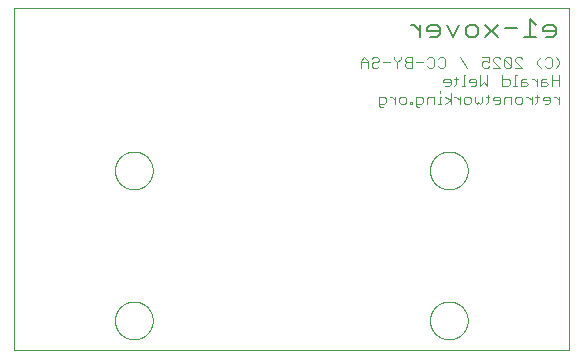
<source format=gbo>
G75*
%MOIN*%
%OFA0B0*%
%FSLAX25Y25*%
%IPPOS*%
%LPD*%
%AMOC8*
5,1,8,0,0,1.08239X$1,22.5*
%
%ADD10C,0.00000*%
%ADD11C,0.00800*%
%ADD12C,0.00400*%
D10*
X0017242Y0036778D02*
X0017242Y0150952D01*
X0202281Y0150952D01*
X0202281Y0036778D01*
X0017242Y0036778D01*
X0050943Y0046778D02*
X0050945Y0046936D01*
X0050951Y0047094D01*
X0050961Y0047252D01*
X0050975Y0047410D01*
X0050993Y0047567D01*
X0051014Y0047724D01*
X0051040Y0047880D01*
X0051070Y0048036D01*
X0051103Y0048191D01*
X0051141Y0048344D01*
X0051182Y0048497D01*
X0051227Y0048649D01*
X0051276Y0048800D01*
X0051329Y0048949D01*
X0051385Y0049097D01*
X0051445Y0049243D01*
X0051509Y0049388D01*
X0051577Y0049531D01*
X0051648Y0049673D01*
X0051722Y0049813D01*
X0051800Y0049950D01*
X0051882Y0050086D01*
X0051966Y0050220D01*
X0052055Y0050351D01*
X0052146Y0050480D01*
X0052241Y0050607D01*
X0052338Y0050732D01*
X0052439Y0050854D01*
X0052543Y0050973D01*
X0052650Y0051090D01*
X0052760Y0051204D01*
X0052873Y0051315D01*
X0052988Y0051424D01*
X0053106Y0051529D01*
X0053227Y0051631D01*
X0053350Y0051731D01*
X0053476Y0051827D01*
X0053604Y0051920D01*
X0053734Y0052010D01*
X0053867Y0052096D01*
X0054002Y0052180D01*
X0054138Y0052259D01*
X0054277Y0052336D01*
X0054418Y0052408D01*
X0054560Y0052478D01*
X0054704Y0052543D01*
X0054850Y0052605D01*
X0054997Y0052663D01*
X0055146Y0052718D01*
X0055296Y0052769D01*
X0055447Y0052816D01*
X0055599Y0052859D01*
X0055752Y0052898D01*
X0055907Y0052934D01*
X0056062Y0052965D01*
X0056218Y0052993D01*
X0056374Y0053017D01*
X0056531Y0053037D01*
X0056689Y0053053D01*
X0056846Y0053065D01*
X0057005Y0053073D01*
X0057163Y0053077D01*
X0057321Y0053077D01*
X0057479Y0053073D01*
X0057638Y0053065D01*
X0057795Y0053053D01*
X0057953Y0053037D01*
X0058110Y0053017D01*
X0058266Y0052993D01*
X0058422Y0052965D01*
X0058577Y0052934D01*
X0058732Y0052898D01*
X0058885Y0052859D01*
X0059037Y0052816D01*
X0059188Y0052769D01*
X0059338Y0052718D01*
X0059487Y0052663D01*
X0059634Y0052605D01*
X0059780Y0052543D01*
X0059924Y0052478D01*
X0060066Y0052408D01*
X0060207Y0052336D01*
X0060346Y0052259D01*
X0060482Y0052180D01*
X0060617Y0052096D01*
X0060750Y0052010D01*
X0060880Y0051920D01*
X0061008Y0051827D01*
X0061134Y0051731D01*
X0061257Y0051631D01*
X0061378Y0051529D01*
X0061496Y0051424D01*
X0061611Y0051315D01*
X0061724Y0051204D01*
X0061834Y0051090D01*
X0061941Y0050973D01*
X0062045Y0050854D01*
X0062146Y0050732D01*
X0062243Y0050607D01*
X0062338Y0050480D01*
X0062429Y0050351D01*
X0062518Y0050220D01*
X0062602Y0050086D01*
X0062684Y0049950D01*
X0062762Y0049813D01*
X0062836Y0049673D01*
X0062907Y0049531D01*
X0062975Y0049388D01*
X0063039Y0049243D01*
X0063099Y0049097D01*
X0063155Y0048949D01*
X0063208Y0048800D01*
X0063257Y0048649D01*
X0063302Y0048497D01*
X0063343Y0048344D01*
X0063381Y0048191D01*
X0063414Y0048036D01*
X0063444Y0047880D01*
X0063470Y0047724D01*
X0063491Y0047567D01*
X0063509Y0047410D01*
X0063523Y0047252D01*
X0063533Y0047094D01*
X0063539Y0046936D01*
X0063541Y0046778D01*
X0063539Y0046620D01*
X0063533Y0046462D01*
X0063523Y0046304D01*
X0063509Y0046146D01*
X0063491Y0045989D01*
X0063470Y0045832D01*
X0063444Y0045676D01*
X0063414Y0045520D01*
X0063381Y0045365D01*
X0063343Y0045212D01*
X0063302Y0045059D01*
X0063257Y0044907D01*
X0063208Y0044756D01*
X0063155Y0044607D01*
X0063099Y0044459D01*
X0063039Y0044313D01*
X0062975Y0044168D01*
X0062907Y0044025D01*
X0062836Y0043883D01*
X0062762Y0043743D01*
X0062684Y0043606D01*
X0062602Y0043470D01*
X0062518Y0043336D01*
X0062429Y0043205D01*
X0062338Y0043076D01*
X0062243Y0042949D01*
X0062146Y0042824D01*
X0062045Y0042702D01*
X0061941Y0042583D01*
X0061834Y0042466D01*
X0061724Y0042352D01*
X0061611Y0042241D01*
X0061496Y0042132D01*
X0061378Y0042027D01*
X0061257Y0041925D01*
X0061134Y0041825D01*
X0061008Y0041729D01*
X0060880Y0041636D01*
X0060750Y0041546D01*
X0060617Y0041460D01*
X0060482Y0041376D01*
X0060346Y0041297D01*
X0060207Y0041220D01*
X0060066Y0041148D01*
X0059924Y0041078D01*
X0059780Y0041013D01*
X0059634Y0040951D01*
X0059487Y0040893D01*
X0059338Y0040838D01*
X0059188Y0040787D01*
X0059037Y0040740D01*
X0058885Y0040697D01*
X0058732Y0040658D01*
X0058577Y0040622D01*
X0058422Y0040591D01*
X0058266Y0040563D01*
X0058110Y0040539D01*
X0057953Y0040519D01*
X0057795Y0040503D01*
X0057638Y0040491D01*
X0057479Y0040483D01*
X0057321Y0040479D01*
X0057163Y0040479D01*
X0057005Y0040483D01*
X0056846Y0040491D01*
X0056689Y0040503D01*
X0056531Y0040519D01*
X0056374Y0040539D01*
X0056218Y0040563D01*
X0056062Y0040591D01*
X0055907Y0040622D01*
X0055752Y0040658D01*
X0055599Y0040697D01*
X0055447Y0040740D01*
X0055296Y0040787D01*
X0055146Y0040838D01*
X0054997Y0040893D01*
X0054850Y0040951D01*
X0054704Y0041013D01*
X0054560Y0041078D01*
X0054418Y0041148D01*
X0054277Y0041220D01*
X0054138Y0041297D01*
X0054002Y0041376D01*
X0053867Y0041460D01*
X0053734Y0041546D01*
X0053604Y0041636D01*
X0053476Y0041729D01*
X0053350Y0041825D01*
X0053227Y0041925D01*
X0053106Y0042027D01*
X0052988Y0042132D01*
X0052873Y0042241D01*
X0052760Y0042352D01*
X0052650Y0042466D01*
X0052543Y0042583D01*
X0052439Y0042702D01*
X0052338Y0042824D01*
X0052241Y0042949D01*
X0052146Y0043076D01*
X0052055Y0043205D01*
X0051966Y0043336D01*
X0051882Y0043470D01*
X0051800Y0043606D01*
X0051722Y0043743D01*
X0051648Y0043883D01*
X0051577Y0044025D01*
X0051509Y0044168D01*
X0051445Y0044313D01*
X0051385Y0044459D01*
X0051329Y0044607D01*
X0051276Y0044756D01*
X0051227Y0044907D01*
X0051182Y0045059D01*
X0051141Y0045212D01*
X0051103Y0045365D01*
X0051070Y0045520D01*
X0051040Y0045676D01*
X0051014Y0045832D01*
X0050993Y0045989D01*
X0050975Y0046146D01*
X0050961Y0046304D01*
X0050951Y0046462D01*
X0050945Y0046620D01*
X0050943Y0046778D01*
X0050943Y0096778D02*
X0050945Y0096936D01*
X0050951Y0097094D01*
X0050961Y0097252D01*
X0050975Y0097410D01*
X0050993Y0097567D01*
X0051014Y0097724D01*
X0051040Y0097880D01*
X0051070Y0098036D01*
X0051103Y0098191D01*
X0051141Y0098344D01*
X0051182Y0098497D01*
X0051227Y0098649D01*
X0051276Y0098800D01*
X0051329Y0098949D01*
X0051385Y0099097D01*
X0051445Y0099243D01*
X0051509Y0099388D01*
X0051577Y0099531D01*
X0051648Y0099673D01*
X0051722Y0099813D01*
X0051800Y0099950D01*
X0051882Y0100086D01*
X0051966Y0100220D01*
X0052055Y0100351D01*
X0052146Y0100480D01*
X0052241Y0100607D01*
X0052338Y0100732D01*
X0052439Y0100854D01*
X0052543Y0100973D01*
X0052650Y0101090D01*
X0052760Y0101204D01*
X0052873Y0101315D01*
X0052988Y0101424D01*
X0053106Y0101529D01*
X0053227Y0101631D01*
X0053350Y0101731D01*
X0053476Y0101827D01*
X0053604Y0101920D01*
X0053734Y0102010D01*
X0053867Y0102096D01*
X0054002Y0102180D01*
X0054138Y0102259D01*
X0054277Y0102336D01*
X0054418Y0102408D01*
X0054560Y0102478D01*
X0054704Y0102543D01*
X0054850Y0102605D01*
X0054997Y0102663D01*
X0055146Y0102718D01*
X0055296Y0102769D01*
X0055447Y0102816D01*
X0055599Y0102859D01*
X0055752Y0102898D01*
X0055907Y0102934D01*
X0056062Y0102965D01*
X0056218Y0102993D01*
X0056374Y0103017D01*
X0056531Y0103037D01*
X0056689Y0103053D01*
X0056846Y0103065D01*
X0057005Y0103073D01*
X0057163Y0103077D01*
X0057321Y0103077D01*
X0057479Y0103073D01*
X0057638Y0103065D01*
X0057795Y0103053D01*
X0057953Y0103037D01*
X0058110Y0103017D01*
X0058266Y0102993D01*
X0058422Y0102965D01*
X0058577Y0102934D01*
X0058732Y0102898D01*
X0058885Y0102859D01*
X0059037Y0102816D01*
X0059188Y0102769D01*
X0059338Y0102718D01*
X0059487Y0102663D01*
X0059634Y0102605D01*
X0059780Y0102543D01*
X0059924Y0102478D01*
X0060066Y0102408D01*
X0060207Y0102336D01*
X0060346Y0102259D01*
X0060482Y0102180D01*
X0060617Y0102096D01*
X0060750Y0102010D01*
X0060880Y0101920D01*
X0061008Y0101827D01*
X0061134Y0101731D01*
X0061257Y0101631D01*
X0061378Y0101529D01*
X0061496Y0101424D01*
X0061611Y0101315D01*
X0061724Y0101204D01*
X0061834Y0101090D01*
X0061941Y0100973D01*
X0062045Y0100854D01*
X0062146Y0100732D01*
X0062243Y0100607D01*
X0062338Y0100480D01*
X0062429Y0100351D01*
X0062518Y0100220D01*
X0062602Y0100086D01*
X0062684Y0099950D01*
X0062762Y0099813D01*
X0062836Y0099673D01*
X0062907Y0099531D01*
X0062975Y0099388D01*
X0063039Y0099243D01*
X0063099Y0099097D01*
X0063155Y0098949D01*
X0063208Y0098800D01*
X0063257Y0098649D01*
X0063302Y0098497D01*
X0063343Y0098344D01*
X0063381Y0098191D01*
X0063414Y0098036D01*
X0063444Y0097880D01*
X0063470Y0097724D01*
X0063491Y0097567D01*
X0063509Y0097410D01*
X0063523Y0097252D01*
X0063533Y0097094D01*
X0063539Y0096936D01*
X0063541Y0096778D01*
X0063539Y0096620D01*
X0063533Y0096462D01*
X0063523Y0096304D01*
X0063509Y0096146D01*
X0063491Y0095989D01*
X0063470Y0095832D01*
X0063444Y0095676D01*
X0063414Y0095520D01*
X0063381Y0095365D01*
X0063343Y0095212D01*
X0063302Y0095059D01*
X0063257Y0094907D01*
X0063208Y0094756D01*
X0063155Y0094607D01*
X0063099Y0094459D01*
X0063039Y0094313D01*
X0062975Y0094168D01*
X0062907Y0094025D01*
X0062836Y0093883D01*
X0062762Y0093743D01*
X0062684Y0093606D01*
X0062602Y0093470D01*
X0062518Y0093336D01*
X0062429Y0093205D01*
X0062338Y0093076D01*
X0062243Y0092949D01*
X0062146Y0092824D01*
X0062045Y0092702D01*
X0061941Y0092583D01*
X0061834Y0092466D01*
X0061724Y0092352D01*
X0061611Y0092241D01*
X0061496Y0092132D01*
X0061378Y0092027D01*
X0061257Y0091925D01*
X0061134Y0091825D01*
X0061008Y0091729D01*
X0060880Y0091636D01*
X0060750Y0091546D01*
X0060617Y0091460D01*
X0060482Y0091376D01*
X0060346Y0091297D01*
X0060207Y0091220D01*
X0060066Y0091148D01*
X0059924Y0091078D01*
X0059780Y0091013D01*
X0059634Y0090951D01*
X0059487Y0090893D01*
X0059338Y0090838D01*
X0059188Y0090787D01*
X0059037Y0090740D01*
X0058885Y0090697D01*
X0058732Y0090658D01*
X0058577Y0090622D01*
X0058422Y0090591D01*
X0058266Y0090563D01*
X0058110Y0090539D01*
X0057953Y0090519D01*
X0057795Y0090503D01*
X0057638Y0090491D01*
X0057479Y0090483D01*
X0057321Y0090479D01*
X0057163Y0090479D01*
X0057005Y0090483D01*
X0056846Y0090491D01*
X0056689Y0090503D01*
X0056531Y0090519D01*
X0056374Y0090539D01*
X0056218Y0090563D01*
X0056062Y0090591D01*
X0055907Y0090622D01*
X0055752Y0090658D01*
X0055599Y0090697D01*
X0055447Y0090740D01*
X0055296Y0090787D01*
X0055146Y0090838D01*
X0054997Y0090893D01*
X0054850Y0090951D01*
X0054704Y0091013D01*
X0054560Y0091078D01*
X0054418Y0091148D01*
X0054277Y0091220D01*
X0054138Y0091297D01*
X0054002Y0091376D01*
X0053867Y0091460D01*
X0053734Y0091546D01*
X0053604Y0091636D01*
X0053476Y0091729D01*
X0053350Y0091825D01*
X0053227Y0091925D01*
X0053106Y0092027D01*
X0052988Y0092132D01*
X0052873Y0092241D01*
X0052760Y0092352D01*
X0052650Y0092466D01*
X0052543Y0092583D01*
X0052439Y0092702D01*
X0052338Y0092824D01*
X0052241Y0092949D01*
X0052146Y0093076D01*
X0052055Y0093205D01*
X0051966Y0093336D01*
X0051882Y0093470D01*
X0051800Y0093606D01*
X0051722Y0093743D01*
X0051648Y0093883D01*
X0051577Y0094025D01*
X0051509Y0094168D01*
X0051445Y0094313D01*
X0051385Y0094459D01*
X0051329Y0094607D01*
X0051276Y0094756D01*
X0051227Y0094907D01*
X0051182Y0095059D01*
X0051141Y0095212D01*
X0051103Y0095365D01*
X0051070Y0095520D01*
X0051040Y0095676D01*
X0051014Y0095832D01*
X0050993Y0095989D01*
X0050975Y0096146D01*
X0050961Y0096304D01*
X0050951Y0096462D01*
X0050945Y0096620D01*
X0050943Y0096778D01*
X0155943Y0096778D02*
X0155945Y0096936D01*
X0155951Y0097094D01*
X0155961Y0097252D01*
X0155975Y0097410D01*
X0155993Y0097567D01*
X0156014Y0097724D01*
X0156040Y0097880D01*
X0156070Y0098036D01*
X0156103Y0098191D01*
X0156141Y0098344D01*
X0156182Y0098497D01*
X0156227Y0098649D01*
X0156276Y0098800D01*
X0156329Y0098949D01*
X0156385Y0099097D01*
X0156445Y0099243D01*
X0156509Y0099388D01*
X0156577Y0099531D01*
X0156648Y0099673D01*
X0156722Y0099813D01*
X0156800Y0099950D01*
X0156882Y0100086D01*
X0156966Y0100220D01*
X0157055Y0100351D01*
X0157146Y0100480D01*
X0157241Y0100607D01*
X0157338Y0100732D01*
X0157439Y0100854D01*
X0157543Y0100973D01*
X0157650Y0101090D01*
X0157760Y0101204D01*
X0157873Y0101315D01*
X0157988Y0101424D01*
X0158106Y0101529D01*
X0158227Y0101631D01*
X0158350Y0101731D01*
X0158476Y0101827D01*
X0158604Y0101920D01*
X0158734Y0102010D01*
X0158867Y0102096D01*
X0159002Y0102180D01*
X0159138Y0102259D01*
X0159277Y0102336D01*
X0159418Y0102408D01*
X0159560Y0102478D01*
X0159704Y0102543D01*
X0159850Y0102605D01*
X0159997Y0102663D01*
X0160146Y0102718D01*
X0160296Y0102769D01*
X0160447Y0102816D01*
X0160599Y0102859D01*
X0160752Y0102898D01*
X0160907Y0102934D01*
X0161062Y0102965D01*
X0161218Y0102993D01*
X0161374Y0103017D01*
X0161531Y0103037D01*
X0161689Y0103053D01*
X0161846Y0103065D01*
X0162005Y0103073D01*
X0162163Y0103077D01*
X0162321Y0103077D01*
X0162479Y0103073D01*
X0162638Y0103065D01*
X0162795Y0103053D01*
X0162953Y0103037D01*
X0163110Y0103017D01*
X0163266Y0102993D01*
X0163422Y0102965D01*
X0163577Y0102934D01*
X0163732Y0102898D01*
X0163885Y0102859D01*
X0164037Y0102816D01*
X0164188Y0102769D01*
X0164338Y0102718D01*
X0164487Y0102663D01*
X0164634Y0102605D01*
X0164780Y0102543D01*
X0164924Y0102478D01*
X0165066Y0102408D01*
X0165207Y0102336D01*
X0165346Y0102259D01*
X0165482Y0102180D01*
X0165617Y0102096D01*
X0165750Y0102010D01*
X0165880Y0101920D01*
X0166008Y0101827D01*
X0166134Y0101731D01*
X0166257Y0101631D01*
X0166378Y0101529D01*
X0166496Y0101424D01*
X0166611Y0101315D01*
X0166724Y0101204D01*
X0166834Y0101090D01*
X0166941Y0100973D01*
X0167045Y0100854D01*
X0167146Y0100732D01*
X0167243Y0100607D01*
X0167338Y0100480D01*
X0167429Y0100351D01*
X0167518Y0100220D01*
X0167602Y0100086D01*
X0167684Y0099950D01*
X0167762Y0099813D01*
X0167836Y0099673D01*
X0167907Y0099531D01*
X0167975Y0099388D01*
X0168039Y0099243D01*
X0168099Y0099097D01*
X0168155Y0098949D01*
X0168208Y0098800D01*
X0168257Y0098649D01*
X0168302Y0098497D01*
X0168343Y0098344D01*
X0168381Y0098191D01*
X0168414Y0098036D01*
X0168444Y0097880D01*
X0168470Y0097724D01*
X0168491Y0097567D01*
X0168509Y0097410D01*
X0168523Y0097252D01*
X0168533Y0097094D01*
X0168539Y0096936D01*
X0168541Y0096778D01*
X0168539Y0096620D01*
X0168533Y0096462D01*
X0168523Y0096304D01*
X0168509Y0096146D01*
X0168491Y0095989D01*
X0168470Y0095832D01*
X0168444Y0095676D01*
X0168414Y0095520D01*
X0168381Y0095365D01*
X0168343Y0095212D01*
X0168302Y0095059D01*
X0168257Y0094907D01*
X0168208Y0094756D01*
X0168155Y0094607D01*
X0168099Y0094459D01*
X0168039Y0094313D01*
X0167975Y0094168D01*
X0167907Y0094025D01*
X0167836Y0093883D01*
X0167762Y0093743D01*
X0167684Y0093606D01*
X0167602Y0093470D01*
X0167518Y0093336D01*
X0167429Y0093205D01*
X0167338Y0093076D01*
X0167243Y0092949D01*
X0167146Y0092824D01*
X0167045Y0092702D01*
X0166941Y0092583D01*
X0166834Y0092466D01*
X0166724Y0092352D01*
X0166611Y0092241D01*
X0166496Y0092132D01*
X0166378Y0092027D01*
X0166257Y0091925D01*
X0166134Y0091825D01*
X0166008Y0091729D01*
X0165880Y0091636D01*
X0165750Y0091546D01*
X0165617Y0091460D01*
X0165482Y0091376D01*
X0165346Y0091297D01*
X0165207Y0091220D01*
X0165066Y0091148D01*
X0164924Y0091078D01*
X0164780Y0091013D01*
X0164634Y0090951D01*
X0164487Y0090893D01*
X0164338Y0090838D01*
X0164188Y0090787D01*
X0164037Y0090740D01*
X0163885Y0090697D01*
X0163732Y0090658D01*
X0163577Y0090622D01*
X0163422Y0090591D01*
X0163266Y0090563D01*
X0163110Y0090539D01*
X0162953Y0090519D01*
X0162795Y0090503D01*
X0162638Y0090491D01*
X0162479Y0090483D01*
X0162321Y0090479D01*
X0162163Y0090479D01*
X0162005Y0090483D01*
X0161846Y0090491D01*
X0161689Y0090503D01*
X0161531Y0090519D01*
X0161374Y0090539D01*
X0161218Y0090563D01*
X0161062Y0090591D01*
X0160907Y0090622D01*
X0160752Y0090658D01*
X0160599Y0090697D01*
X0160447Y0090740D01*
X0160296Y0090787D01*
X0160146Y0090838D01*
X0159997Y0090893D01*
X0159850Y0090951D01*
X0159704Y0091013D01*
X0159560Y0091078D01*
X0159418Y0091148D01*
X0159277Y0091220D01*
X0159138Y0091297D01*
X0159002Y0091376D01*
X0158867Y0091460D01*
X0158734Y0091546D01*
X0158604Y0091636D01*
X0158476Y0091729D01*
X0158350Y0091825D01*
X0158227Y0091925D01*
X0158106Y0092027D01*
X0157988Y0092132D01*
X0157873Y0092241D01*
X0157760Y0092352D01*
X0157650Y0092466D01*
X0157543Y0092583D01*
X0157439Y0092702D01*
X0157338Y0092824D01*
X0157241Y0092949D01*
X0157146Y0093076D01*
X0157055Y0093205D01*
X0156966Y0093336D01*
X0156882Y0093470D01*
X0156800Y0093606D01*
X0156722Y0093743D01*
X0156648Y0093883D01*
X0156577Y0094025D01*
X0156509Y0094168D01*
X0156445Y0094313D01*
X0156385Y0094459D01*
X0156329Y0094607D01*
X0156276Y0094756D01*
X0156227Y0094907D01*
X0156182Y0095059D01*
X0156141Y0095212D01*
X0156103Y0095365D01*
X0156070Y0095520D01*
X0156040Y0095676D01*
X0156014Y0095832D01*
X0155993Y0095989D01*
X0155975Y0096146D01*
X0155961Y0096304D01*
X0155951Y0096462D01*
X0155945Y0096620D01*
X0155943Y0096778D01*
X0155943Y0046778D02*
X0155945Y0046936D01*
X0155951Y0047094D01*
X0155961Y0047252D01*
X0155975Y0047410D01*
X0155993Y0047567D01*
X0156014Y0047724D01*
X0156040Y0047880D01*
X0156070Y0048036D01*
X0156103Y0048191D01*
X0156141Y0048344D01*
X0156182Y0048497D01*
X0156227Y0048649D01*
X0156276Y0048800D01*
X0156329Y0048949D01*
X0156385Y0049097D01*
X0156445Y0049243D01*
X0156509Y0049388D01*
X0156577Y0049531D01*
X0156648Y0049673D01*
X0156722Y0049813D01*
X0156800Y0049950D01*
X0156882Y0050086D01*
X0156966Y0050220D01*
X0157055Y0050351D01*
X0157146Y0050480D01*
X0157241Y0050607D01*
X0157338Y0050732D01*
X0157439Y0050854D01*
X0157543Y0050973D01*
X0157650Y0051090D01*
X0157760Y0051204D01*
X0157873Y0051315D01*
X0157988Y0051424D01*
X0158106Y0051529D01*
X0158227Y0051631D01*
X0158350Y0051731D01*
X0158476Y0051827D01*
X0158604Y0051920D01*
X0158734Y0052010D01*
X0158867Y0052096D01*
X0159002Y0052180D01*
X0159138Y0052259D01*
X0159277Y0052336D01*
X0159418Y0052408D01*
X0159560Y0052478D01*
X0159704Y0052543D01*
X0159850Y0052605D01*
X0159997Y0052663D01*
X0160146Y0052718D01*
X0160296Y0052769D01*
X0160447Y0052816D01*
X0160599Y0052859D01*
X0160752Y0052898D01*
X0160907Y0052934D01*
X0161062Y0052965D01*
X0161218Y0052993D01*
X0161374Y0053017D01*
X0161531Y0053037D01*
X0161689Y0053053D01*
X0161846Y0053065D01*
X0162005Y0053073D01*
X0162163Y0053077D01*
X0162321Y0053077D01*
X0162479Y0053073D01*
X0162638Y0053065D01*
X0162795Y0053053D01*
X0162953Y0053037D01*
X0163110Y0053017D01*
X0163266Y0052993D01*
X0163422Y0052965D01*
X0163577Y0052934D01*
X0163732Y0052898D01*
X0163885Y0052859D01*
X0164037Y0052816D01*
X0164188Y0052769D01*
X0164338Y0052718D01*
X0164487Y0052663D01*
X0164634Y0052605D01*
X0164780Y0052543D01*
X0164924Y0052478D01*
X0165066Y0052408D01*
X0165207Y0052336D01*
X0165346Y0052259D01*
X0165482Y0052180D01*
X0165617Y0052096D01*
X0165750Y0052010D01*
X0165880Y0051920D01*
X0166008Y0051827D01*
X0166134Y0051731D01*
X0166257Y0051631D01*
X0166378Y0051529D01*
X0166496Y0051424D01*
X0166611Y0051315D01*
X0166724Y0051204D01*
X0166834Y0051090D01*
X0166941Y0050973D01*
X0167045Y0050854D01*
X0167146Y0050732D01*
X0167243Y0050607D01*
X0167338Y0050480D01*
X0167429Y0050351D01*
X0167518Y0050220D01*
X0167602Y0050086D01*
X0167684Y0049950D01*
X0167762Y0049813D01*
X0167836Y0049673D01*
X0167907Y0049531D01*
X0167975Y0049388D01*
X0168039Y0049243D01*
X0168099Y0049097D01*
X0168155Y0048949D01*
X0168208Y0048800D01*
X0168257Y0048649D01*
X0168302Y0048497D01*
X0168343Y0048344D01*
X0168381Y0048191D01*
X0168414Y0048036D01*
X0168444Y0047880D01*
X0168470Y0047724D01*
X0168491Y0047567D01*
X0168509Y0047410D01*
X0168523Y0047252D01*
X0168533Y0047094D01*
X0168539Y0046936D01*
X0168541Y0046778D01*
X0168539Y0046620D01*
X0168533Y0046462D01*
X0168523Y0046304D01*
X0168509Y0046146D01*
X0168491Y0045989D01*
X0168470Y0045832D01*
X0168444Y0045676D01*
X0168414Y0045520D01*
X0168381Y0045365D01*
X0168343Y0045212D01*
X0168302Y0045059D01*
X0168257Y0044907D01*
X0168208Y0044756D01*
X0168155Y0044607D01*
X0168099Y0044459D01*
X0168039Y0044313D01*
X0167975Y0044168D01*
X0167907Y0044025D01*
X0167836Y0043883D01*
X0167762Y0043743D01*
X0167684Y0043606D01*
X0167602Y0043470D01*
X0167518Y0043336D01*
X0167429Y0043205D01*
X0167338Y0043076D01*
X0167243Y0042949D01*
X0167146Y0042824D01*
X0167045Y0042702D01*
X0166941Y0042583D01*
X0166834Y0042466D01*
X0166724Y0042352D01*
X0166611Y0042241D01*
X0166496Y0042132D01*
X0166378Y0042027D01*
X0166257Y0041925D01*
X0166134Y0041825D01*
X0166008Y0041729D01*
X0165880Y0041636D01*
X0165750Y0041546D01*
X0165617Y0041460D01*
X0165482Y0041376D01*
X0165346Y0041297D01*
X0165207Y0041220D01*
X0165066Y0041148D01*
X0164924Y0041078D01*
X0164780Y0041013D01*
X0164634Y0040951D01*
X0164487Y0040893D01*
X0164338Y0040838D01*
X0164188Y0040787D01*
X0164037Y0040740D01*
X0163885Y0040697D01*
X0163732Y0040658D01*
X0163577Y0040622D01*
X0163422Y0040591D01*
X0163266Y0040563D01*
X0163110Y0040539D01*
X0162953Y0040519D01*
X0162795Y0040503D01*
X0162638Y0040491D01*
X0162479Y0040483D01*
X0162321Y0040479D01*
X0162163Y0040479D01*
X0162005Y0040483D01*
X0161846Y0040491D01*
X0161689Y0040503D01*
X0161531Y0040519D01*
X0161374Y0040539D01*
X0161218Y0040563D01*
X0161062Y0040591D01*
X0160907Y0040622D01*
X0160752Y0040658D01*
X0160599Y0040697D01*
X0160447Y0040740D01*
X0160296Y0040787D01*
X0160146Y0040838D01*
X0159997Y0040893D01*
X0159850Y0040951D01*
X0159704Y0041013D01*
X0159560Y0041078D01*
X0159418Y0041148D01*
X0159277Y0041220D01*
X0159138Y0041297D01*
X0159002Y0041376D01*
X0158867Y0041460D01*
X0158734Y0041546D01*
X0158604Y0041636D01*
X0158476Y0041729D01*
X0158350Y0041825D01*
X0158227Y0041925D01*
X0158106Y0042027D01*
X0157988Y0042132D01*
X0157873Y0042241D01*
X0157760Y0042352D01*
X0157650Y0042466D01*
X0157543Y0042583D01*
X0157439Y0042702D01*
X0157338Y0042824D01*
X0157241Y0042949D01*
X0157146Y0043076D01*
X0157055Y0043205D01*
X0156966Y0043336D01*
X0156882Y0043470D01*
X0156800Y0043606D01*
X0156722Y0043743D01*
X0156648Y0043883D01*
X0156577Y0044025D01*
X0156509Y0044168D01*
X0156445Y0044313D01*
X0156385Y0044459D01*
X0156329Y0044607D01*
X0156276Y0044756D01*
X0156227Y0044907D01*
X0156182Y0045059D01*
X0156141Y0045212D01*
X0156103Y0045365D01*
X0156070Y0045520D01*
X0156040Y0045676D01*
X0156014Y0045832D01*
X0155993Y0045989D01*
X0155975Y0046146D01*
X0155961Y0046304D01*
X0155951Y0046462D01*
X0155945Y0046620D01*
X0155943Y0046778D01*
D11*
X0156066Y0141178D02*
X0158135Y0141178D01*
X0159169Y0142213D01*
X0159169Y0144281D01*
X0158135Y0145315D01*
X0156066Y0145315D01*
X0155032Y0144281D01*
X0155032Y0143247D01*
X0159169Y0143247D01*
X0161478Y0145315D02*
X0163546Y0141178D01*
X0165615Y0145315D01*
X0167923Y0144281D02*
X0168957Y0145315D01*
X0171026Y0145315D01*
X0172060Y0144281D01*
X0172060Y0142213D01*
X0171026Y0141178D01*
X0168957Y0141178D01*
X0167923Y0142213D01*
X0167923Y0144281D01*
X0174369Y0145315D02*
X0178506Y0141178D01*
X0180814Y0144281D02*
X0184951Y0144281D01*
X0187260Y0141178D02*
X0191397Y0141178D01*
X0189328Y0141178D02*
X0189328Y0147384D01*
X0191397Y0145315D01*
X0193705Y0144281D02*
X0193705Y0143247D01*
X0197842Y0143247D01*
X0197842Y0144281D02*
X0196808Y0145315D01*
X0194739Y0145315D01*
X0193705Y0144281D01*
X0194739Y0141178D02*
X0196808Y0141178D01*
X0197842Y0142213D01*
X0197842Y0144281D01*
X0178506Y0145315D02*
X0174369Y0141178D01*
X0152724Y0141178D02*
X0152724Y0145315D01*
X0152724Y0143247D02*
X0150655Y0145315D01*
X0149621Y0145315D01*
D12*
X0149934Y0134581D02*
X0148132Y0134581D01*
X0147531Y0133981D01*
X0147531Y0133380D01*
X0148132Y0132780D01*
X0149934Y0132780D01*
X0151215Y0132780D02*
X0153617Y0132780D01*
X0154898Y0133981D02*
X0155498Y0134581D01*
X0156699Y0134581D01*
X0157300Y0133981D01*
X0157300Y0131579D01*
X0156699Y0130978D01*
X0155498Y0130978D01*
X0154898Y0131579D01*
X0158581Y0131579D02*
X0159181Y0130978D01*
X0160382Y0130978D01*
X0160983Y0131579D01*
X0160983Y0133981D01*
X0160382Y0134581D01*
X0159181Y0134581D01*
X0158581Y0133981D01*
X0165947Y0134581D02*
X0168349Y0130978D01*
X0167735Y0128581D02*
X0167135Y0128581D01*
X0167135Y0124978D01*
X0167735Y0124978D02*
X0166534Y0124978D01*
X0164679Y0125579D02*
X0164079Y0124978D01*
X0164679Y0125579D02*
X0164679Y0127981D01*
X0165280Y0127380D02*
X0164079Y0127380D01*
X0162825Y0126780D02*
X0162825Y0125579D01*
X0162224Y0124978D01*
X0161023Y0124978D01*
X0160423Y0126179D02*
X0162825Y0126179D01*
X0162825Y0126780D02*
X0162224Y0127380D01*
X0161023Y0127380D01*
X0160423Y0126780D01*
X0160423Y0126179D01*
X0159155Y0123182D02*
X0159155Y0122581D01*
X0159155Y0121380D02*
X0159155Y0118978D01*
X0159755Y0118978D02*
X0158554Y0118978D01*
X0157300Y0118978D02*
X0157300Y0121380D01*
X0155498Y0121380D01*
X0154898Y0120780D01*
X0154898Y0118978D01*
X0153617Y0119579D02*
X0153617Y0120780D01*
X0153016Y0121380D01*
X0151215Y0121380D01*
X0151215Y0118378D01*
X0151815Y0117777D01*
X0152416Y0117777D01*
X0153016Y0118978D02*
X0151215Y0118978D01*
X0149934Y0118978D02*
X0149333Y0118978D01*
X0149333Y0119579D01*
X0149934Y0119579D01*
X0149934Y0118978D01*
X0148092Y0119579D02*
X0148092Y0120780D01*
X0147491Y0121380D01*
X0146290Y0121380D01*
X0145690Y0120780D01*
X0145690Y0119579D01*
X0146290Y0118978D01*
X0147491Y0118978D01*
X0148092Y0119579D01*
X0144409Y0120179D02*
X0143208Y0121380D01*
X0142607Y0121380D01*
X0141340Y0120780D02*
X0141340Y0119579D01*
X0140739Y0118978D01*
X0138938Y0118978D01*
X0138938Y0118378D02*
X0138938Y0121380D01*
X0140739Y0121380D01*
X0141340Y0120780D01*
X0144409Y0121380D02*
X0144409Y0118978D01*
X0140139Y0117777D02*
X0139538Y0117777D01*
X0138938Y0118378D01*
X0153016Y0118978D02*
X0153617Y0119579D01*
X0159155Y0121380D02*
X0159755Y0121380D01*
X0161023Y0121380D02*
X0162825Y0120179D01*
X0161023Y0118978D01*
X0162825Y0118978D02*
X0162825Y0122581D01*
X0164092Y0121380D02*
X0164693Y0121380D01*
X0165894Y0120179D01*
X0165894Y0118978D02*
X0165894Y0121380D01*
X0167175Y0120780D02*
X0167175Y0119579D01*
X0167775Y0118978D01*
X0168976Y0118978D01*
X0169577Y0119579D01*
X0169577Y0120780D01*
X0168976Y0121380D01*
X0167775Y0121380D01*
X0167175Y0120780D01*
X0170858Y0121380D02*
X0170858Y0119579D01*
X0171459Y0118978D01*
X0172059Y0119579D01*
X0172660Y0118978D01*
X0173260Y0119579D01*
X0173260Y0121380D01*
X0174515Y0121380D02*
X0175716Y0121380D01*
X0175115Y0121981D02*
X0175115Y0119579D01*
X0174515Y0118978D01*
X0176997Y0120179D02*
X0179399Y0120179D01*
X0179399Y0119579D02*
X0179399Y0120780D01*
X0178798Y0121380D01*
X0177597Y0121380D01*
X0176997Y0120780D01*
X0176997Y0120179D01*
X0177597Y0118978D02*
X0178798Y0118978D01*
X0179399Y0119579D01*
X0180680Y0118978D02*
X0180680Y0120780D01*
X0181280Y0121380D01*
X0183082Y0121380D01*
X0183082Y0118978D01*
X0184363Y0119579D02*
X0184363Y0120780D01*
X0184963Y0121380D01*
X0186164Y0121380D01*
X0186765Y0120780D01*
X0186765Y0119579D01*
X0186164Y0118978D01*
X0184963Y0118978D01*
X0184363Y0119579D01*
X0188033Y0121380D02*
X0188633Y0121380D01*
X0189834Y0120179D01*
X0189834Y0118978D02*
X0189834Y0121380D01*
X0191089Y0121380D02*
X0192290Y0121380D01*
X0191689Y0121981D02*
X0191689Y0119579D01*
X0191089Y0118978D01*
X0193571Y0120179D02*
X0195973Y0120179D01*
X0195973Y0119579D02*
X0195973Y0120780D01*
X0195372Y0121380D01*
X0194171Y0121380D01*
X0193571Y0120780D01*
X0193571Y0120179D01*
X0194171Y0118978D02*
X0195372Y0118978D01*
X0195973Y0119579D01*
X0197241Y0121380D02*
X0197841Y0121380D01*
X0199042Y0120179D01*
X0199042Y0118978D02*
X0199042Y0121380D01*
X0199042Y0124978D02*
X0199042Y0128581D01*
X0199042Y0126780D02*
X0196640Y0126780D01*
X0195359Y0125579D02*
X0194758Y0126179D01*
X0192957Y0126179D01*
X0192957Y0126780D02*
X0192957Y0124978D01*
X0194758Y0124978D01*
X0195359Y0125579D01*
X0196640Y0124978D02*
X0196640Y0128581D01*
X0194758Y0127380D02*
X0193557Y0127380D01*
X0192957Y0126780D01*
X0191676Y0127380D02*
X0191676Y0124978D01*
X0191676Y0126179D02*
X0190475Y0127380D01*
X0189874Y0127380D01*
X0188006Y0127380D02*
X0186805Y0127380D01*
X0186205Y0126780D01*
X0186205Y0124978D01*
X0188006Y0124978D01*
X0188607Y0125579D01*
X0188006Y0126179D01*
X0186205Y0126179D01*
X0184923Y0124978D02*
X0183722Y0124978D01*
X0184323Y0124978D02*
X0184323Y0128581D01*
X0184923Y0128581D01*
X0182468Y0126780D02*
X0181867Y0127380D01*
X0180066Y0127380D01*
X0180066Y0128581D02*
X0180066Y0124978D01*
X0181867Y0124978D01*
X0182468Y0125579D01*
X0182468Y0126780D01*
X0182481Y0130978D02*
X0183082Y0131579D01*
X0180680Y0133981D01*
X0180680Y0131579D01*
X0181280Y0130978D01*
X0182481Y0130978D01*
X0183082Y0131579D02*
X0183082Y0133981D01*
X0182481Y0134581D01*
X0181280Y0134581D01*
X0180680Y0133981D01*
X0179399Y0133981D02*
X0178798Y0134581D01*
X0177597Y0134581D01*
X0176997Y0133981D01*
X0176997Y0133380D01*
X0179399Y0130978D01*
X0176997Y0130978D01*
X0175716Y0131579D02*
X0175115Y0130978D01*
X0173914Y0130978D01*
X0173314Y0131579D01*
X0173314Y0132780D01*
X0173914Y0133380D01*
X0174515Y0133380D01*
X0175716Y0132780D01*
X0175716Y0134581D01*
X0173314Y0134581D01*
X0172700Y0128581D02*
X0172700Y0124978D01*
X0173901Y0126179D01*
X0175102Y0124978D01*
X0175102Y0128581D01*
X0171419Y0126780D02*
X0170818Y0127380D01*
X0169617Y0127380D01*
X0169017Y0126780D01*
X0169017Y0126179D01*
X0171419Y0126179D01*
X0171419Y0125579D02*
X0171419Y0126780D01*
X0171419Y0125579D02*
X0170818Y0124978D01*
X0169617Y0124978D01*
X0184363Y0130978D02*
X0186765Y0130978D01*
X0184363Y0133380D01*
X0184363Y0133981D01*
X0184963Y0134581D01*
X0186164Y0134581D01*
X0186765Y0133981D01*
X0191703Y0133380D02*
X0191703Y0132179D01*
X0192904Y0130978D01*
X0194185Y0131579D02*
X0194785Y0130978D01*
X0195986Y0130978D01*
X0196587Y0131579D01*
X0196587Y0133981D01*
X0195986Y0134581D01*
X0194785Y0134581D01*
X0194185Y0133981D01*
X0192904Y0134581D02*
X0191703Y0133380D01*
X0197841Y0134581D02*
X0199042Y0133380D01*
X0199042Y0132179D01*
X0197841Y0130978D01*
X0149934Y0130978D02*
X0148132Y0130978D01*
X0147531Y0131579D01*
X0147531Y0132179D01*
X0148132Y0132780D01*
X0146250Y0133981D02*
X0145049Y0132780D01*
X0145049Y0130978D01*
X0145049Y0132780D02*
X0143848Y0133981D01*
X0143848Y0134581D01*
X0142567Y0132780D02*
X0140165Y0132780D01*
X0138884Y0133380D02*
X0138284Y0132780D01*
X0137083Y0132780D01*
X0136482Y0132179D01*
X0136482Y0131579D01*
X0137083Y0130978D01*
X0138284Y0130978D01*
X0138884Y0131579D01*
X0138884Y0133380D02*
X0138884Y0133981D01*
X0138284Y0134581D01*
X0137083Y0134581D01*
X0136482Y0133981D01*
X0135201Y0133380D02*
X0134000Y0134581D01*
X0132799Y0133380D01*
X0132799Y0130978D01*
X0132799Y0132780D02*
X0135201Y0132780D01*
X0135201Y0133380D02*
X0135201Y0130978D01*
X0146250Y0133981D02*
X0146250Y0134581D01*
X0149934Y0134581D02*
X0149934Y0130978D01*
M02*

</source>
